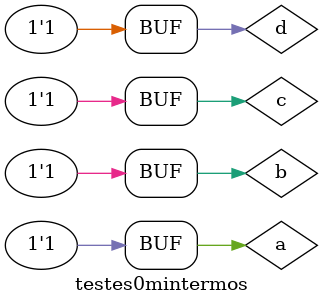
<source format=v>


module s0mintermos (s0,a,b,c,d);
output s0;
input a,b,c,d;
wire t1,t2,t3,t4,t5,t,t7,t8;

and AND1(t1,~a,~b,~c,d);
and AND2(t2,~a,~b,c,~d);
and AND3 (t3, ~a,b,~c,~d);
and AND4 (t4,~a,b,c,d);
and AND5 (t5,a,~b,~c,~d);
and AND6 (t6,a,~b,c,d);
and AND7 (t7,a,b,~c,d);
and AND8 (t8,a,b,c,~d);

or OR1 (s0,t1,t2,t3,t4,t5,t6,t7,t8); 

endmodule //fim s0mintermos

// ---------------------
// -- teste s0 com mintermos
// ---------------------

module testes0mintermos;

wire s0;
reg a,b,c,d;

s0mintermos Teste (s0,a,b,c,d);

 initial begin
      $display("\na  b   c   d  s0\n");
      $monitor("%b  %b   %b   %b  %b", a, b, c, d, s0);
  
	     a=0; b=0; c=0; d=0;  
    #1  a=0; b=0; c=0; d=1;
    #1  a=0; b=0; c=1; d=0;
    #1  a=0; b=0; c=1; d=1;
    #1  a=0; b=1; c=0; d=0;
 	 #1  a=0; b=1; c=0; d=1;
    #1  a=0; b=1; c=1; d=0;
    #1  a=0; b=1; c=1; d=1;
    #1  a=1; b=0; c=0; d=0;
    #1  a=1; b=0; c=0; d=1;
    #1  a=1; b=0; c=1; d=0;
    #1  a=1; b=0; c=1; d=1;
    #1  a=1; b=1; c=0; d=0;
    #1  a=1; b=1; c=0; d=1;
    #1  a=1; b=1; c=1; d=0;
    #1  a=1; b=1; c=1; d=1;


        
    end
    endmodule

//fim testes0mintermos




</source>
